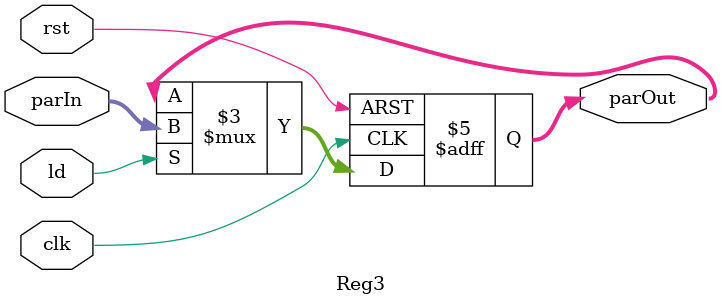
<source format=v>
`timescale 1ns/1ns
module Reg3(input clk, rst, ld, input [2:0] parIn, output reg [2:0] parOut);
    always @(posedge clk, posedge rst) begin
        // #1
        if(rst) parOut = 3'b0;
        else if(ld) parOut = parIn;
        else parOut = parOut;
    end
endmodule
</source>
